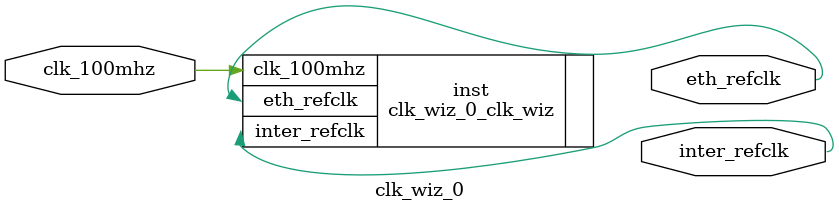
<source format=v>


`timescale 1ps/1ps

(* CORE_GENERATION_INFO = "clk_wiz_0,clk_wiz_v6_0_10_0_0,{component_name=clk_wiz_0,use_phase_alignment=true,use_min_o_jitter=false,use_max_i_jitter=false,use_dyn_phase_shift=false,use_inclk_switchover=false,use_dyn_reconfig=false,enable_axi=0,feedback_source=FDBK_AUTO,PRIMITIVE=MMCM,num_out_clk=2,clkin1_period=10.000,clkin2_period=10.000,use_power_down=false,use_reset=false,use_locked=false,use_inclk_stopped=false,feedback_type=SINGLE,CLOCK_MGR_TYPE=NA,manual_override=false}" *)

module clk_wiz_0 
 (
  // Clock out ports
  output        eth_refclk,
  output        inter_refclk,
 // Clock in ports
  input         clk_100mhz
 );

  clk_wiz_0_clk_wiz inst
  (
  // Clock out ports  
  .eth_refclk(eth_refclk),
  .inter_refclk(inter_refclk),
 // Clock in ports
  .clk_100mhz(clk_100mhz)
  );

endmodule

</source>
